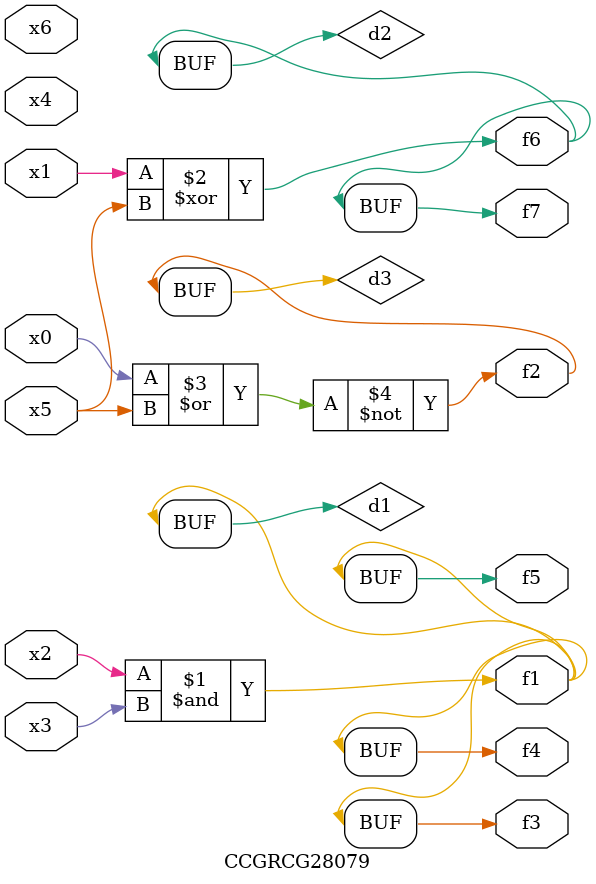
<source format=v>
module CCGRCG28079(
	input x0, x1, x2, x3, x4, x5, x6,
	output f1, f2, f3, f4, f5, f6, f7
);

	wire d1, d2, d3;

	and (d1, x2, x3);
	xor (d2, x1, x5);
	nor (d3, x0, x5);
	assign f1 = d1;
	assign f2 = d3;
	assign f3 = d1;
	assign f4 = d1;
	assign f5 = d1;
	assign f6 = d2;
	assign f7 = d2;
endmodule

</source>
